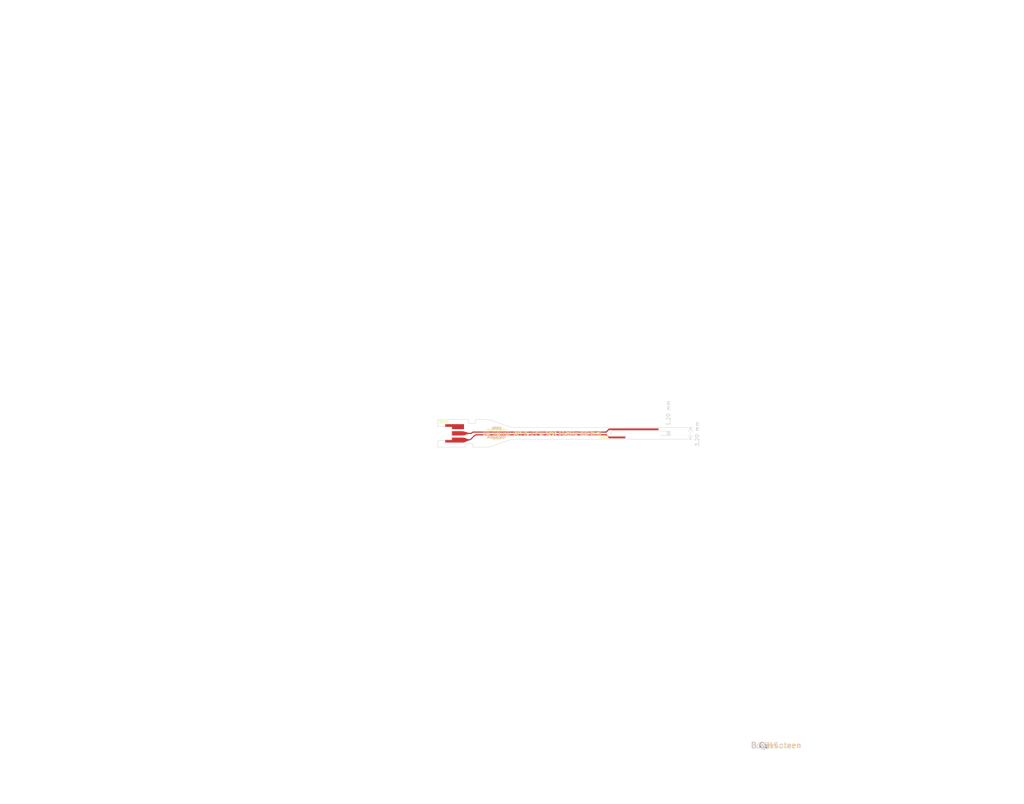
<source format=kicad_pcb>
(kicad_pcb (version 20240108) (generator "pcbnew") (generator_version "8.0")
  (title_block (title "Layout") (rev "0") (company "CREngineering"))
  (layers (0 "F.Cu" signal) (31 "B.Cu" signal) (34 "B.Paste" user) (35 "F.Paste" user) (36 "B.SilkS" user "B.Silkscreen") (37 "F.SilkS" user "F.Silkscreen") (38 "B.Mask" user) (39 "F.Mask" user) (44 "Edge.Cuts" user))
  (property "ADDRESS1" "Dorfstrasse 27A")
  (property "ADDRESS2" "Grabs 9472")
  (property "ADDRESS3" "Switzerland")
  (property "DRAWNBY" "Enrique Corpa")
  (property "DRAWNBY2" "Fabio Posser")
  (property "PROJECTID" "EP20240606-3")
  (property "PROJECTSTATUS" "Prototype")
  (property "PROJECTSTATUSDATE" "17.01.2025")
  (property "PROJECTTITLE" "AP IC FPC Test Fixture 60 mm")
  (property "RELEASEBY" "")
  (property "RELEASEBY2" "")
  (property "RELEASEDATE" "")
  (property "REVIEWBY" "Fabio Posser")
  (property "REVIEWBY2" "")
  (property "REVIEWDATE" "")
  (property "VARIANTNAME" "Standard")
  (net 0 "")
  (net 1 "/SIGNAL")
  (net 2 "/GND")
  (footprint "EP_Prototypes:MOLEX-734150991" (layer "F.Cu") (at 130.81 100.25)
    (property "Reference" "J101" (hide yes))
    (property "Value" "734150991" (hide yes))
    (fp_line (start -0.01 -1.75) (end -1.81 -1.75) (stroke (width 0.1)) (layer "Edge.Cuts"))
    (fp_line (start -0.01 -1.75) (end -0.01 1.75) (stroke (width 0.1)) (layer "Edge.Cuts"))
    (fp_line (start -0.01 1.75) (end -1.81 1.75) (stroke (width 0.1)) (layer "Edge.Cuts"))
    (pad "1" smd rect (at 1.54 0) (size 3.1 1.16) (layers "F.Cu" "F.Paste" "F.Mask") (net 1 "/SIGNAL"))
    (pad "2" smd custom (at 1.645 -1.825) (size 3.31 1.35) (layers "F.Cu" "F.Paste" "F.Mask") (net 2 "/GND") (options (clearance outline) (anchor rect)) (primitives (gr_rect (start -3.455 -0.675) (end -1.645 0.085) (width 0) (fill yes))))
    (pad "2" smd custom (at 1.645 1.825) (size 3.31 1.35) (layers "F.Cu" "F.Paste" "F.Mask") (net 2 "/GND") (options (clearance outline) (anchor rect)) (primitives (gr_rect (start -3.455 -0.085) (end -1.645 0.665) (width 0) (fill yes))))
  )
  (gr_poly (pts (xy 134.11 102.75) (xy 135.34 102.18) (xy 135.34 101.88) (xy 134.11 101.4)) (fill solid) (layer "F.Cu") (net 2))
  (gr_poly (pts (xy 173.5 101.6) (xy 173.35 101.4) (xy 173.25 100.9) (xy 173.5 101.1)) (fill solid) (layer "F.Cu") (net 2))
  (gr_rect (start 173.5 101.1) (end 178 101.6) (fill solid) (layer "F.Cu") (net 2))
  (gr_poly (pts (xy 135.35 100.4) (xy 133.9 100.83) (xy 133.9 99.67) (xy 135.35 100.1)) (fill solid) (layer "F.Cu") (net 1))
  (gr_poly (pts (xy 173.5 99.4) (xy 173.35 99.5) (xy 173.25 99.2) (xy 173.5 98.9)) (fill solid) (layer "F.Cu") (net 1))
  (gr_rect (start 173.5 98.9) (end 187 99.4) (fill solid) (layer "F.Cu") (net 1))
  (gr_line (start 134.75 103) (end 136.25 103) (stroke (width 0.1)) (layer "Edge.Cuts"))
  (gr_line (start 178 101.85) (end 178 100.85) (stroke (width 0.1)) (layer "Edge.Cuts"))
  (gr_line (start 187 99.65) (end 174.6 99.65) (stroke (width 0.1)) (layer "Edge.Cuts"))
  (gr_line (start 137.25 96.5) (end 137.25 97.25) (stroke (width 0.1)) (layer "Edge.Cuts"))
  (gr_line (start 141.829283 96.802197) (end 146.070717 98.347804) (stroke (width 0.1)) (layer "Edge.Cuts"))
  (gr_line (start 178 100.85) (end 174.6 100.85) (stroke (width 0.1)) (layer "Edge.Cuts"))
  (gr_arc (start 141.829283 103.697804) (mid 140.986561 103.923871) (end 140.117372 104) (stroke (width 0.1)) (layer "Edge.Cuts"))
  (gr_arc (start 146.070717 102.152197) (mid 146.913439 101.926131) (end 147.782628 101.85) (stroke (width 0.1)) (layer "Edge.Cuts"))
  (gr_line (start 134.5 104) (end 127 104) (stroke (width 0.1)) (layer "Edge.Cuts"))
  (gr_line (start 134.5 103.25) (end 134.5 104) (stroke (width 0.1)) (layer "Edge.Cuts"))
  (gr_line (start 147.782628 101.85) (end 178 101.85) (stroke (width 0.1)) (layer "Edge.Cuts"))
  (gr_line (start 135.5 97.5) (end 137 97.5) (stroke (width 0.1)) (layer "Edge.Cuts"))
  (gr_line (start 187 99.65) (end 187 98.65) (stroke (width 0.1)) (layer "Edge.Cuts"))
  (gr_line (start 141.829283 103.697804) (end 146.070717 102.152197) (stroke (width 0.1)) (layer "Edge.Cuts"))
  (gr_arc (start 174 100.25) (mid 174.175736 99.825736) (end 174.6 99.65) (stroke (width 0.1)) (layer "Edge.Cuts"))
  (gr_line (start 136.5 104) (end 140.117372 104) (stroke (width 0.1)) (layer "Edge.Cuts"))
  (gr_line (start 128.8 102.2) (end 127 102.2) (stroke (width 0.1)) (layer "Edge.Cuts"))
  (gr_arc (start 174.6 100.85) (mid 174.175736 100.674264) (end 174 100.25) (stroke (width 0.1)) (layer "Edge.Cuts"))
  (gr_line (start 137.25 96.5) (end 140.117372 96.5) (stroke (width 0.1)) (layer "Edge.Cuts"))
  (gr_line (start 147.782628 98.65) (end 187 98.65) (stroke (width 0.1)) (layer "Edge.Cuts"))
  (gr_line (start 128.8 98.3) (end 127 98.3) (stroke (width 0.1)) (layer "Edge.Cuts"))
  (gr_arc (start 147.782628 98.65) (mid 146.913438 98.573872) (end 146.070717 98.347804) (stroke (width 0.1)) (layer "Edge.Cuts"))
  (gr_line (start 127 98.3) (end 127 96.5) (stroke (width 0.1)) (layer "Edge.Cuts"))
  (gr_line (start 127 102.2) (end 127 104) (stroke (width 0.1)) (layer "Edge.Cuts"))
  (gr_arc (start 134.5 103.25) (mid 134.573223 103.073223) (end 134.75 103) (stroke (width 0.1)) (layer "Edge.Cuts"))
  (gr_line (start 127 96.5) (end 135.25 96.5) (stroke (width 0.1)) (layer "Edge.Cuts"))
  (gr_arc (start 140.117372 96.5) (mid 140.986562 96.576128) (end 141.829283 96.802197) (stroke (width 0.1)) (layer "Edge.Cuts"))
  (gr_arc (start 136.25 103) (mid 136.426777 103.073223) (end 136.5 103.25) (stroke (width 0.1)) (layer "Edge.Cuts"))
  (gr_line (start 136.5 103.25) (end 136.5 104) (stroke (width 0.1)) (layer "Edge.Cuts"))
  (gr_line (start 129 98.5) (end 128.8 98.3) (stroke (width 0.1)) (layer "Edge.Cuts"))
  (gr_line (start 135.25 96.5) (end 135.25 97.25) (stroke (width 0.1)) (layer "Edge.Cuts"))
  (gr_arc (start 137.25 97.25) (mid 137.176777 97.426777) (end 137 97.5) (stroke (width 0.1)) (layer "Edge.Cuts"))
  (gr_line (start 129 102) (end 128.8 102.2) (stroke (width 0.1)) (layer "Edge.Cuts"))
  (gr_arc (start 135.5 97.5) (mid 135.323223 97.426777) (end 135.25 97.25) (stroke (width 0.1)) (layer "Edge.Cuts"))
  (gr_text "${LAYER}" (at 212 186 0) (layer "F.Cu") (effects (font (size 1.5 1.5) (thickness 0.2)) (justify left bottom)))
  (gr_text "${LAYER}" (at 212 186 0) (layer "B.Cu") (effects (font (size 1.5 1.5) (thickness 0.2)) (justify left bottom)))
  (gr_text "Euler Precision ${PROJECTID}" (at 159.5 100.2 180) (layer "B.SilkS") (effects (font (size 1 1) (thickness 0.2) (bold yes)) (justify mirror)))
  (gr_text "${LAYER}" (at 212 186 0) (layer "B.SilkS") (effects (font (size 1.5 1.5) (thickness 0.2)) (justify left bottom)))
  (gr_text "${PROJECTTITLE}" (at 159.5 100.25 0) (layer "F.SilkS") (effects (font (size 1 1) (thickness 0.2) (bold yes))))
  (gr_text "GND" (at 171 101.75 0) (layer "F.SilkS") (effects (font (size 0.75 0.75) (thickness 0.16) (bold yes)) (justify left bottom)))
  (gr_text "REV${REVISION}" (at 127.25 97.6 0) (layer "F.SilkS") (effects (font (size 0.7 0.7) (thickness 0.16) (bold yes)) (justify left bottom)))
  (gr_text "${LAYER}" (at 212 186 0) (layer "F.SilkS") (effects (font (size 1.5 1.5) (thickness 0.2)) (justify left bottom)))
  (gr_text "${LAYER}" (at 212 186 0) (layer "Edge.Cuts") (effects (font (size 1.5 1.5) (thickness 0.2)) (justify left bottom)))
  (gr_text_box "WARNING:\nUse insertion tool!" (start 138.5 97.75) (end 147.5 102.25) (angle 180) (layer "B.SilkS") (effects (font (size 0.75 0.75) (thickness 0.16) (bold yes)) (justify top mirror)) (border no))
  (gr_text_box "WARNING:\nUse insertion tool!" (start 138.5 98.25) (end 147.5 102.75) (layer "F.SilkS") (effects (font (size 0.75 0.75) (thickness 0.16) (bold yes)) (justify top)) (border no))
  (dimension (type aligned) (layer "Edge.Cuts") (pts (xy 178 101.85) (xy 178 98.65)) (height 17.65) (gr_text "3.20 mm" (at 197.5 100.4 90) (layer "Edge.Cuts") (effects (font (size 1 1) (thickness 0.15)))) (format (prefix "") (suffix "") (units 2) (units_format 1) (precision 2)) (style (thickness 0.1) (arrow_length 1.27) (text_position_mode 2) (extension_height 0.58642) (extension_offset 0.5) keep_text_aligned))
  (dimension (type aligned) (layer "Edge.Cuts") (pts (xy 187 100.85) (xy 187 99.65)) (height 2.75) (gr_text "1.20 mm" (at 189.7 94.75 90) (layer "Edge.Cuts") (effects (font (size 1 1) (thickness 0.15)))) (format (prefix "") (suffix "") (units 2) (units_format 1) (precision 2)) (style (thickness 0.1) (arrow_length 1.27) (text_position_mode 2) (extension_height 0.58642) (extension_offset 0.5) keep_text_aligned))
  (segment (start 132.35 100.25) (end 135.922893 100.25) (width 0.3) (layer "F.Cu") (net 1))
  (segment (start 172.75 99.9) (end 173.5 99.15) (width 0.3) (layer "F.Cu") (net 1))
  (segment (start 136.276446 100.103554) (end 136.333553 100.046447) (width 0.3) (layer "F.Cu") (net 1))
  (segment (start 136.687107 99.9) (end 172.75 99.9) (width 0.3) (layer "F.Cu") (net 1))
  (arc (start 135.922893 100.25) (mid 136.114234 100.21194) (end 136.276446 100.103554) (width 0.3) (layer "F.Cu") (net 1))
  (arc (start 136.333553 100.046447) (mid 136.495765 99.93806) (end 136.687107 99.9) (width 0.3) (layer "F.Cu") (net 1))
  (segment (start 136.062893 101.737107) (end 136.857107 100.942893) (width 0.3) (layer "F.Cu") (net 2))
  (segment (start 132.25 102.03) (end 133.32 102.03) (width 0.2) (layer "F.Cu") (net 2))
  (segment (start 132.25 102.03) (end 135.355786 102.03) (width 0.3) (layer "F.Cu") (net 2))
  (segment (start 172.8 100.65) (end 173.5 101.35) (width 0.3) (layer "F.Cu") (net 2))
  (segment (start 137.564214 100.65) (end 172.8 100.65) (width 0.3) (layer "F.Cu") (net 2))
  (arc (start 135.355786 102.03) (mid 135.73847 101.95388) (end 136.062893 101.737107) (width 0.3) (layer "F.Cu") (net 2))
  (arc (start 136.857107 100.942893) (mid 137.18153 100.72612) (end 137.564214 100.65) (width 0.3) (layer "F.Cu") (net 2))
)
</source>
